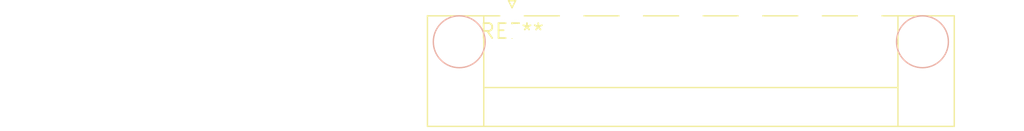
<source format=kicad_pcb>
(kicad_pcb (version 20240108) (generator pcbnew)
  (layers (0 "F.Cu" signal) (31 "B.Cu" signal) (34 "B.Paste" user) (35 "F.Paste" user) (36 "B.SilkS" user "B.Silkscreen") (37 "F.SilkS" user "F.Silkscreen") (38 "B.Mask" user) (39 "F.Mask" user) (44 "Edge.Cuts" user))
  (net 0 "")
  (footprint "PhoenixContact_MC_1,5_7-GF-5.08_1x07_P5.08mm_Horizontal_ThreadedFlange_MountHole" (layer "F.Cu") (at 0 0)
    (property "Reference" "REF**")
    (property "Value" "PhoenixContact_MC_1,5_7-GF-5.08_1x07_P5.08mm_Horizontal_ThreadedFlange_MountHole")
    (fp_circle (center -4.5 0.9) (end -2.29 0.9) (layer "B.SilkS") (stroke (width 0.12)) (fill none))
    (fp_circle (center 34.98 0.9) (end 37.19 0.9) (layer "B.SilkS") (stroke (width 0.12)) (fill none))
    (fp_line (start -7.21 -1.31) (end -7.21 8.11) (layer "F.SilkS") (stroke (width 0.12)))
    (fp_line (start -7.21 -1.31) (end -1.05 -1.31) (layer "F.SilkS") (stroke (width 0.12)))
    (fp_line (start -7.21 8.11) (end 37.69 8.11) (layer "F.SilkS") (stroke (width 0.12)))
    (fp_line (start -2.41 -1.31) (end -2.41 8.11) (layer "F.SilkS") (stroke (width 0.12)))
    (fp_line (start -2.41 4.8) (end 32.89 4.8) (layer "F.SilkS") (stroke (width 0.12)))
    (fp_line (start -0.3 -2.6) (end 0.3 -2.6) (layer "F.SilkS") (stroke (width 0.12)))
    (fp_line (start 0 -2) (end -0.3 -2.6) (layer "F.SilkS") (stroke (width 0.12)))
    (fp_line (start 0.3 -2.6) (end 0 -2) (layer "F.SilkS") (stroke (width 0.12)))
    (fp_line (start 1.05 -1.31) (end 4.03 -1.31) (layer "F.SilkS") (stroke (width 0.12)))
    (fp_line (start 6.13 -1.31) (end 9.11 -1.31) (layer "F.SilkS") (stroke (width 0.12)))
    (fp_line (start 11.21 -1.31) (end 14.19 -1.31) (layer "F.SilkS") (stroke (width 0.12)))
    (fp_line (start 16.29 -1.31) (end 19.27 -1.31) (layer "F.SilkS") (stroke (width 0.12)))
    (fp_line (start 21.37 -1.31) (end 24.35 -1.31) (layer "F.SilkS") (stroke (width 0.12)))
    (fp_line (start 26.45 -1.31) (end 29.43 -1.31) (layer "F.SilkS") (stroke (width 0.12)))
    (fp_line (start 32.89 -1.31) (end 32.89 8.11) (layer "F.SilkS") (stroke (width 0.12)))
    (fp_line (start 37.69 -1.31) (end 31.53 -1.31) (layer "F.SilkS") (stroke (width 0.12)))
    (fp_line (start 37.69 8.11) (end 37.69 -1.31) (layer "F.SilkS") (stroke (width 0.12)))
    (pad "" np_thru_hole circle (at -4.5 0.9) (size 2.4 2.4) (drill 2.4) (layers *.Cu *.Mask))
    (pad "" np_thru_hole circle (at 34.98 0.9) (size 2.4 2.4) (drill 2.4) (layers *.Cu *.Mask))
    (pad "1" thru_hole roundrect (at 0 0) (size 1.8 3.6) (drill 1.2) (layers *.Cu *.Mask) (remove_unused_layers) (roundrect_rratio 0.138889))
    (pad "2" thru_hole oval (at 5.08 0) (size 1.8 3.6) (drill 1.2) (layers *.Cu *.Mask) (remove_unused_layers))
    (pad "3" thru_hole oval (at 10.16 0) (size 1.8 3.6) (drill 1.2) (layers *.Cu *.Mask) (remove_unused_layers))
    (pad "4" thru_hole oval (at 15.24 0) (size 1.8 3.6) (drill 1.2) (layers *.Cu *.Mask) (remove_unused_layers))
    (pad "5" thru_hole oval (at 20.32 0) (size 1.8 3.6) (drill 1.2) (layers *.Cu *.Mask) (remove_unused_layers))
    (pad "6" thru_hole oval (at 25.4 0) (size 1.8 3.6) (drill 1.2) (layers *.Cu *.Mask) (remove_unused_layers))
    (pad "7" thru_hole oval (at 30.48 0) (size 1.8 3.6) (drill 1.2) (layers *.Cu *.Mask) (remove_unused_layers))
  )
)
</source>
